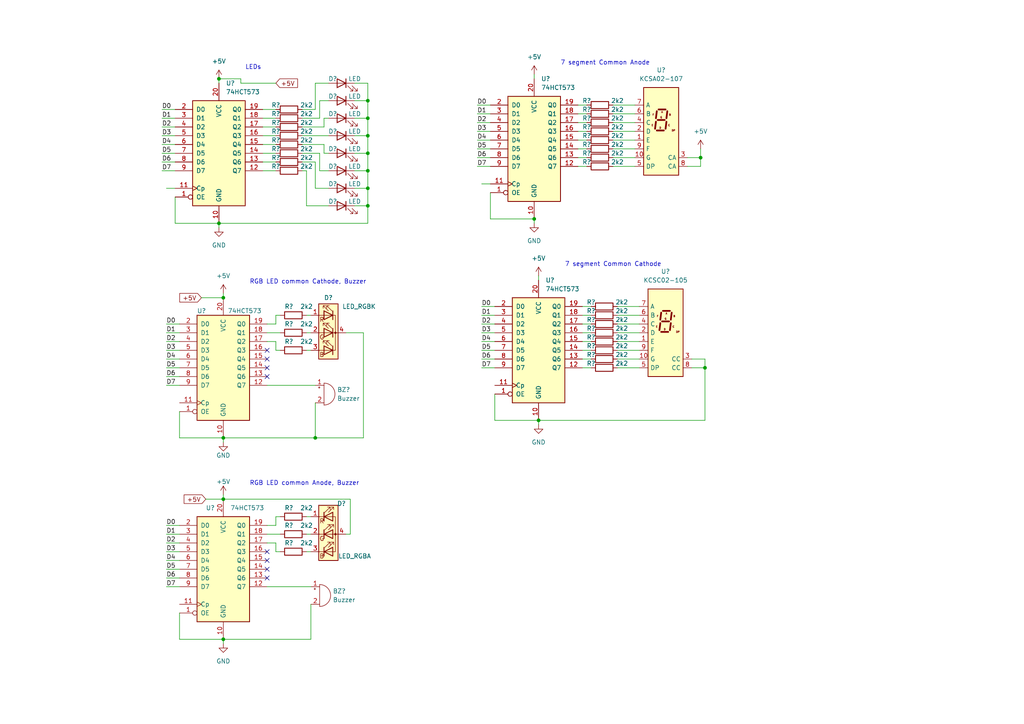
<source format=kicad_sch>
(kicad_sch (version 20211123) (generator eeschema)
  (paper "A4")
  (lib_symbols
    (symbol "74xx:74HCT574" (pin_names (offset 1.016))
      (property "Reference" "U" (at -7.62 16.51 0))
      (property "Value" "74HCT574" (at -7.62 -16.51 0))
      (symbol "74HCT574_1_0"
        (pin input inverted (at -12.7 -12.7 0) (length 5.08) (name "OE") (number "1"))
        (pin power_in line (at 0 -20.32 90) (length 5.08) (name "GND") (number "10"))
        (pin input clock (at -12.7 -10.16 0) (length 5.08) (name "Cp") (number "11"))
        (pin tri_state line (at 12.7 -5.08 180) (length 5.08) (name "Q7") (number "12"))
        (pin tri_state line (at 12.7 -2.54 180) (length 5.08) (name "Q6") (number "13"))
        (pin tri_state line (at 12.7 0 180) (length 5.08) (name "Q5") (number "14"))
        (pin tri_state line (at 12.7 2.54 180) (length 5.08) (name "Q4") (number "15"))
        (pin tri_state line (at 12.7 5.08 180) (length 5.08) (name "Q3") (number "16"))
        (pin tri_state line (at 12.7 7.62 180) (length 5.08) (name "Q2") (number "17"))
        (pin tri_state line (at 12.7 10.16 180) (length 5.08) (name "Q1") (number "18"))
        (pin tri_state line (at 12.7 12.7 180) (length 5.08) (name "Q0") (number "19"))
        (pin input line (at -12.7 12.7 0) (length 5.08) (name "D0") (number "2"))
        (pin power_in line (at 0 20.32 270) (length 5.08) (name "VCC") (number "20"))
        (pin input line (at -12.7 10.16 0) (length 5.08) (name "D1") (number "3"))
        (pin input line (at -12.7 7.62 0) (length 5.08) (name "D2") (number "4"))
        (pin input line (at -12.7 5.08 0) (length 5.08) (name "D3") (number "5"))
        (pin input line (at -12.7 2.54 0) (length 5.08) (name "D4") (number "6"))
        (pin input line (at -12.7 0 0) (length 5.08) (name "D5") (number "7"))
        (pin input line (at -12.7 -2.54 0) (length 5.08) (name "D6") (number "8"))
        (pin input line (at -12.7 -5.08 0) (length 5.08) (name "D7") (number "9"))
      )
      (symbol "74HCT574_1_1"
        (rectangle (start -7.62 15.24) (end 7.62 -15.24) (stroke (width 0.254)) (fill (type background)))
      )
    )
    (symbol "Device:Buzzer" (pin_names (offset 0.0254) hide)
      (property "Reference" "BZ" (at 3.81 1.27 0))
      (property "Value" "Buzzer" (at 3.81 -1.27 0))
      (symbol "Buzzer_0_1"
        (arc (start 0 -3.175) (mid 3.175 0) (end 0 3.175))
        (polyline (pts (xy -1.651 1.905) (xy -1.143 1.905)))
        (polyline (pts (xy -1.397 2.159) (xy -1.397 1.651)))
        (polyline (pts (xy 0 3.175) (xy 0 -3.175)))
      )
      (symbol "Buzzer_1_1"
        (pin passive line (at -2.54 2.54 0) (length 2.54) (name "-") (number "1"))
        (pin passive line (at -2.54 -2.54 0) (length 2.54) (name "+") (number "2"))
      )
    )
    (symbol "Device:LED" (pin_numbers hide) (pin_names (offset 1.016) hide)
      (property "Reference" "D" (at 0 2.54 0))
      (property "Value" "LED" (at 0 -2.54 0))
      (symbol "LED_0_1"
        (polyline (pts (xy -1.27 -1.27) (xy -1.27 1.27)) (stroke (width 0.254)))
        (polyline (pts (xy -1.27 0) (xy 1.27 0)))
        (polyline (pts (xy 1.27 -1.27) (xy 1.27 1.27) (xy -1.27 0) (xy 1.27 -1.27)) (stroke (width 0.254)))
        (polyline (pts (xy -3.048 -0.762) (xy -4.572 -2.286) (xy -3.81 -2.286) (xy -4.572 -2.286) (xy -4.572 -1.524)))
        (polyline (pts (xy -1.778 -0.762) (xy -3.302 -2.286) (xy -2.54 -2.286) (xy -3.302 -2.286) (xy -3.302 -1.524)))
      )
      (symbol "LED_1_1"
        (pin passive line (at -3.81 0 0) (length 2.54) (name "K") (number "1"))
        (pin passive line (at 3.81 0 180) (length 2.54) (name "A") (number "2"))
      )
    )
    (symbol "Device:LED_RGBA" (pin_names (offset 0) hide)
      (property "Reference" "D" (at 0 9.398 0))
      (property "Value" "LED_RGBA" (at 0 -8.89 0))
      (symbol "LED_RGBA_0_0"
        (text "B" (at -1.905 -6.35 0) (effects (font (size 1.27 1.27))))
        (text "G" (at -1.905 -1.27 0) (effects (font (size 1.27 1.27))))
        (text "R" (at -1.905 3.81 0) (effects (font (size 1.27 1.27))))
      )
      (symbol "LED_RGBA_0_1"
        (polyline (pts (xy -1.27 -5.08) (xy -2.54 -5.08)))
        (polyline (pts (xy -1.27 -5.08) (xy 1.27 -5.08)))
        (polyline (pts (xy -1.27 -3.81) (xy -1.27 -6.35)) (stroke (width 0.254)))
        (polyline (pts (xy -1.27 0) (xy -2.54 0)))
        (polyline (pts (xy -1.27 1.27) (xy -1.27 -1.27)) (stroke (width 0.254)))
        (polyline (pts (xy -1.27 5.08) (xy -2.54 5.08)))
        (polyline (pts (xy -1.27 5.08) (xy 1.27 5.08)))
        (polyline (pts (xy -1.27 6.35) (xy -1.27 3.81)) (stroke (width 0.254)))
        (polyline (pts (xy 1.27 0) (xy -1.27 0)))
        (polyline (pts (xy 1.27 0) (xy 2.54 0)))
        (polyline (pts (xy -1.27 1.27) (xy -1.27 -1.27) (xy -1.27 -1.27)))
        (polyline (pts (xy -1.27 6.35) (xy -1.27 3.81) (xy -1.27 3.81)))
        (polyline (pts (xy 1.27 -5.08) (xy 2.032 -5.08) (xy 2.032 5.08) (xy 1.27 5.08)))
        (polyline (pts (xy 1.27 -3.81) (xy 1.27 -6.35) (xy -1.27 -5.08) (xy 1.27 -3.81)) (stroke (width 0.254)))
        (polyline (pts (xy 1.27 1.27) (xy 1.27 -1.27) (xy -1.27 0) (xy 1.27 1.27)) (stroke (width 0.254)))
        (polyline (pts (xy 1.27 6.35) (xy 1.27 3.81) (xy -1.27 5.08) (xy 1.27 6.35)) (stroke (width 0.254)))
        (polyline (pts (xy -1.016 -3.81) (xy 0.508 -2.286) (xy -0.254 -2.286) (xy 0.508 -2.286) (xy 0.508 -3.048)))
        (polyline (pts (xy -1.016 1.27) (xy 0.508 2.794) (xy -0.254 2.794) (xy 0.508 2.794) (xy 0.508 2.032)))
        (polyline (pts (xy -1.016 6.35) (xy 0.508 7.874) (xy -0.254 7.874) (xy 0.508 7.874) (xy 0.508 7.112)))
        (polyline (pts (xy 0 -3.81) (xy 1.524 -2.286) (xy 0.762 -2.286) (xy 1.524 -2.286) (xy 1.524 -3.048)))
        (polyline (pts (xy 0 1.27) (xy 1.524 2.794) (xy 0.762 2.794) (xy 1.524 2.794) (xy 1.524 2.032)))
        (polyline (pts (xy 0 6.35) (xy 1.524 7.874) (xy 0.762 7.874) (xy 1.524 7.874) (xy 1.524 7.112)))
        (rectangle (start 1.27 -1.27) (end 1.27 1.27))
        (rectangle (start 1.27 1.27) (end 1.27 1.27))
        (rectangle (start 1.27 3.81) (end 1.27 6.35))
        (rectangle (start 1.27 6.35) (end 1.27 6.35))
        (circle (center 2.032 0) (radius 0.254) (fill (type outline)))
        (rectangle (start 2.794 8.382) (end -2.794 -7.62) (stroke (width 0.254)) (fill (type background)))
      )
      (symbol "LED_RGBA_1_1"
        (pin passive line (at -5.08 5.08 0) (length 2.54) (name "RK") (number "1"))
        (pin passive line (at -5.08 0 0) (length 2.54) (name "GK") (number "2"))
        (pin passive line (at -5.08 -5.08 0) (length 2.54) (name "BK") (number "3"))
        (pin passive line (at 5.08 0 180) (length 2.54) (name "A") (number "4"))
      )
    )
    (symbol "Device:LED_RGBK" (pin_names (offset 0) hide)
      (property "Reference" "D" (at 0 9.398 0))
      (property "Value" "LED_RGBK" (at 0 -8.89 0))
      (symbol "LED_RGBK_0_0"
        (text "B" (at 1.905 -6.35 0) (effects (font (size 1.27 1.27))))
        (text "G" (at 1.905 -1.27 0) (effects (font (size 1.27 1.27))))
        (text "R" (at 1.905 3.81 0) (effects (font (size 1.27 1.27))))
      )
      (symbol "LED_RGBK_0_1"
        (circle (center -2.032 0) (radius 0.254) (fill (type outline)))
        (polyline (pts (xy -1.27 -5.08) (xy 1.27 -5.08)))
        (polyline (pts (xy -1.27 -3.81) (xy -1.27 -6.35)) (stroke (width 0.254)))
        (polyline (pts (xy -1.27 0) (xy -2.54 0)))
        (polyline (pts (xy -1.27 1.27) (xy -1.27 -1.27)) (stroke (width 0.254)))
        (polyline (pts (xy -1.27 5.08) (xy 1.27 5.08)))
        (polyline (pts (xy -1.27 6.35) (xy -1.27 3.81)) (stroke (width 0.254)))
        (polyline (pts (xy 1.27 -5.08) (xy 2.54 -5.08)))
        (polyline (pts (xy 1.27 0) (xy -1.27 0)))
        (polyline (pts (xy 1.27 0) (xy 2.54 0)))
        (polyline (pts (xy 1.27 5.08) (xy 2.54 5.08)))
        (polyline (pts (xy -1.27 1.27) (xy -1.27 -1.27) (xy -1.27 -1.27)))
        (polyline (pts (xy -1.27 6.35) (xy -1.27 3.81) (xy -1.27 3.81)))
        (polyline (pts (xy -1.27 5.08) (xy -2.032 5.08) (xy -2.032 -5.08) (xy -1.016 -5.08)))
        (polyline (pts (xy 1.27 -3.81) (xy 1.27 -6.35) (xy -1.27 -5.08) (xy 1.27 -3.81)) (stroke (width 0.254)))
        (polyline (pts (xy 1.27 1.27) (xy 1.27 -1.27) (xy -1.27 0) (xy 1.27 1.27)) (stroke (width 0.254)))
        (polyline (pts (xy 1.27 6.35) (xy 1.27 3.81) (xy -1.27 5.08) (xy 1.27 6.35)) (stroke (width 0.254)))
        (polyline (pts (xy -1.016 -3.81) (xy 0.508 -2.286) (xy -0.254 -2.286) (xy 0.508 -2.286) (xy 0.508 -3.048)))
        (polyline (pts (xy -1.016 1.27) (xy 0.508 2.794) (xy -0.254 2.794) (xy 0.508 2.794) (xy 0.508 2.032)))
        (polyline (pts (xy -1.016 6.35) (xy 0.508 7.874) (xy -0.254 7.874) (xy 0.508 7.874) (xy 0.508 7.112)))
        (polyline (pts (xy 0 -3.81) (xy 1.524 -2.286) (xy 0.762 -2.286) (xy 1.524 -2.286) (xy 1.524 -3.048)))
        (polyline (pts (xy 0 1.27) (xy 1.524 2.794) (xy 0.762 2.794) (xy 1.524 2.794) (xy 1.524 2.032)))
        (polyline (pts (xy 0 6.35) (xy 1.524 7.874) (xy 0.762 7.874) (xy 1.524 7.874) (xy 1.524 7.112)))
        (rectangle (start 1.27 -1.27) (end 1.27 1.27))
        (rectangle (start 1.27 1.27) (end 1.27 1.27))
        (rectangle (start 1.27 3.81) (end 1.27 6.35))
        (rectangle (start 1.27 6.35) (end 1.27 6.35))
        (rectangle (start 2.794 8.382) (end -2.794 -7.62) (stroke (width 0.254)) (fill (type background)))
      )
      (symbol "LED_RGBK_1_1"
        (pin passive line (at 5.08 5.08 180) (length 2.54) (name "RA") (number "1"))
        (pin passive line (at 5.08 0 180) (length 2.54) (name "GA") (number "2"))
        (pin passive line (at 5.08 -5.08 180) (length 2.54) (name "BA") (number "3"))
        (pin passive line (at -5.08 0 0) (length 2.54) (name "K") (number "4"))
      )
    )
    (symbol "Device:R" (pin_numbers hide) (pin_names (offset 0))
      (property "Reference" "R" (at 2.032 0 90))
      (property "Value" "R" (at 0 0 90))
      (symbol "R_0_1"
        (rectangle (start -1.016 -2.54) (end 1.016 2.54) (stroke (width 0.254)))
      )
      (symbol "R_1_1"
        (pin passive line (at 0 3.81 270) (length 1.27) (name "~") (number "1"))
        (pin passive line (at 0 -3.81 90) (length 1.27) (name "~") (number "2"))
      )
    )
    (symbol "Display_Character:KCSA02-107" (pin_names (offset 0.635))
      (property "Reference" "U" (at -2.54 13.97 0))
      (property "Value" "KCSA02-107" (at 1.27 13.97 0))
      (symbol "KCSA02-107_0_0"
        (text "A" (at 0.254 5.588 0) (effects (font (size 0.508 0.508))))
        (text "B" (at 2.54 4.826 0) (effects (font (size 0.508 0.508))))
        (text "C" (at 2.286 1.778 0) (effects (font (size 0.508 0.508))))
        (text "D" (at -0.254 1.016 0) (effects (font (size 0.508 0.508))))
        (text "DP" (at 3.556 0.254 0) (effects (font (size 0.508 0.508))))
        (text "E" (at -2.54 1.778 0) (effects (font (size 0.508 0.508))))
        (text "F" (at -2.286 4.826 0) (effects (font (size 0.508 0.508))))
        (text "G" (at 0 4.064 0) (effects (font (size 0.508 0.508))))
      )
      (symbol "KCSA02-107_0_1"
        (rectangle (start -5.08 12.7) (end 5.08 -12.7) (stroke (width 0.254)) (fill (type background)))
        (polyline (pts (xy -1.524 2.794) (xy -1.778 0.762)) (stroke (width 0.508)))
        (polyline (pts (xy -1.27 0.254) (xy 0.762 0.254)) (stroke (width 0.508)))
        (polyline (pts (xy -1.27 5.842) (xy -1.524 3.81)) (stroke (width 0.508)))
        (polyline (pts (xy -1.016 3.302) (xy 1.016 3.302)) (stroke (width 0.508)))
        (polyline (pts (xy -0.762 6.35) (xy 1.27 6.35)) (stroke (width 0.508)))
        (polyline (pts (xy 1.524 2.794) (xy 1.27 0.762)) (stroke (width 0.508)))
        (polyline (pts (xy 1.778 5.842) (xy 1.524 3.81)) (stroke (width 0.508)))
        (polyline (pts (xy 2.54 0.254) (xy 2.54 0.254)) (stroke (width 0.508)))
      )
      (symbol "KCSA02-107_1_1"
        (pin input line (at -7.62 -2.54 0) (length 2.54) (name "E") (number "1"))
        (pin input line (at -7.62 -7.62 0) (length 2.54) (name "G") (number "10"))
        (pin input line (at -7.62 0 0) (length 2.54) (name "D") (number "2"))
        (pin input line (at 7.62 -7.62 180) (length 2.54) (name "CA") (number "3"))
        (pin input line (at -7.62 2.54 0) (length 2.54) (name "C") (number "4"))
        (pin input line (at -7.62 -10.16 0) (length 2.54) (name "DP") (number "5"))
        (pin input line (at -7.62 5.08 0) (length 2.54) (name "B") (number "6"))
        (pin input line (at -7.62 7.62 0) (length 2.54) (name "A") (number "7"))
        (pin input line (at 7.62 -10.16 180) (length 2.54) (name "CA") (number "8"))
        (pin input line (at -7.62 -5.08 0) (length 2.54) (name "F") (number "9"))
      )
    )
    (symbol "Display_Character:KCSC02-105" (pin_names (offset 0.635))
      (property "Reference" "U" (at -2.54 13.97 0))
      (property "Value" "KCSC02-105" (at 1.27 13.97 0))
      (symbol "KCSC02-105_0_0"
        (text "A" (at 0.254 5.588 0) (effects (font (size 0.508 0.508))))
        (text "B" (at 2.54 4.826 0) (effects (font (size 0.508 0.508))))
        (text "C" (at 2.286 1.778 0) (effects (font (size 0.508 0.508))))
        (text "D" (at -0.254 1.016 0) (effects (font (size 0.508 0.508))))
        (text "DP" (at 3.556 0.254 0) (effects (font (size 0.508 0.508))))
        (text "E" (at -2.54 1.778 0) (effects (font (size 0.508 0.508))))
        (text "F" (at -2.286 4.826 0) (effects (font (size 0.508 0.508))))
        (text "G" (at 0 4.064 0) (effects (font (size 0.508 0.508))))
      )
      (symbol "KCSC02-105_0_1"
        (rectangle (start -5.08 12.7) (end 5.08 -12.7) (stroke (width 0.254)) (fill (type background)))
        (polyline (pts (xy -1.524 2.794) (xy -1.778 0.762)) (stroke (width 0.508)))
        (polyline (pts (xy -1.27 0.254) (xy 0.762 0.254)) (stroke (width 0.508)))
        (polyline (pts (xy -1.27 5.842) (xy -1.524 3.81)) (stroke (width 0.508)))
        (polyline (pts (xy -1.016 3.302) (xy 1.016 3.302)) (stroke (width 0.508)))
        (polyline (pts (xy -0.762 6.35) (xy 1.27 6.35)) (stroke (width 0.508)))
        (polyline (pts (xy 1.524 2.794) (xy 1.27 0.762)) (stroke (width 0.508)))
        (polyline (pts (xy 1.778 5.842) (xy 1.524 3.81)) (stroke (width 0.508)))
        (polyline (pts (xy 2.54 0.254) (xy 2.54 0.254)) (stroke (width 0.508)))
      )
      (symbol "KCSC02-105_1_1"
        (pin input line (at -7.62 -2.54 0) (length 2.54) (name "E") (number "1"))
        (pin input line (at -7.62 -7.62 0) (length 2.54) (name "G") (number "10"))
        (pin input line (at -7.62 0 0) (length 2.54) (name "D") (number "2"))
        (pin input line (at 7.62 -7.62 180) (length 2.54) (name "CC") (number "3"))
        (pin input line (at -7.62 2.54 0) (length 2.54) (name "C") (number "4"))
        (pin input line (at -7.62 -10.16 0) (length 2.54) (name "DP") (number "5"))
        (pin input line (at -7.62 5.08 0) (length 2.54) (name "B") (number "6"))
        (pin input line (at -7.62 7.62 0) (length 2.54) (name "A") (number "7"))
        (pin input line (at 7.62 -10.16 180) (length 2.54) (name "CC") (number "8"))
        (pin input line (at -7.62 -5.08 0) (length 2.54) (name "F") (number "9"))
      )
    )
    (symbol "power:+5V" (power) (pin_names (offset 0))
      (property "Value" "+5V" (at 0 3.556 0))
      (symbol "+5V_0_1"
        (polyline (pts (xy -0.762 1.27) (xy 0 2.54)))
        (polyline (pts (xy 0 0) (xy 0 2.54)))
        (polyline (pts (xy 0 2.54) (xy 0.762 1.27)))
      )
      (symbol "+5V_1_1"
        (pin power_in line (at 0 0 90) (length 0) hide (name "+5V") (number "1"))
      )
    )
    (symbol "power:GND" (power) (pin_names (offset 0))
      (property "Value" "GND" (at 0 -3.81 0))
      (symbol "GND_0_1"
        (polyline (pts (xy 0 0) (xy 0 -1.27) (xy 1.27 -1.27) (xy 0 -2.54) (xy -1.27 -1.27) (xy 0 -1.27)))
      )
      (symbol "GND_1_1"
        (pin power_in line (at 0 0 270) (length 0) hide (name "GND") (number "1"))
      )
    )
  )
  (junction (at 154.94 63.5))
  (junction (at 106.68 39.37))
  (junction (at 106.68 44.45))
  (junction (at 106.68 59.69))
  (junction (at 64.77 127))
  (junction (at 156.21 121.92))
  (junction (at 204.47 106.68))
  (junction (at 106.68 54.61))
  (junction (at 106.68 34.29))
  (junction (at 63.5 22.86))
  (junction (at 64.77 86.36))
  (junction (at 203.2 45.72))
  (junction (at 91.44 127))
  (junction (at 106.68 29.21))
  (junction (at 64.77 185.42))
  (junction (at 64.77 144.78))
  (junction (at 63.5 64.77))
  (junction (at 106.68 49.53))
  (no_connect (at 77.47 106.68))
  (no_connect (at 77.47 109.22))
  (no_connect (at 77.47 165.1))
  (no_connect (at 77.47 101.6))
  (no_connect (at 77.47 162.56))
  (no_connect (at 77.47 104.14))
  (no_connect (at 77.47 167.64))
  (no_connect (at 77.47 160.02))
  (wire (pts (xy 167.64 38.1) (xy 170.18 38.1)))
  (wire (pts (xy 76.2 34.29) (xy 80.01 34.29)))
  (wire (pts (xy 59.69 144.78) (xy 64.77 144.78)))
  (wire (pts (xy 106.68 29.21) (xy 106.68 24.13)))
  (wire (pts (xy 48.26 162.56) (xy 52.07 162.56)))
  (wire (pts (xy 87.63 41.91) (xy 93.98 41.91)))
  (wire (pts (xy 177.8 48.26) (xy 184.15 48.26)))
  (wire (pts (xy 48.26 96.52) (xy 52.07 96.52)))
  (wire (pts (xy 46.99 44.45) (xy 50.8 44.45)))
  (wire (pts (xy 92.71 34.29) (xy 92.71 29.21)))
  (wire (pts (xy 177.8 45.72) (xy 184.15 45.72)))
  (wire (pts (xy 138.43 38.1) (xy 142.24 38.1)))
  (wire (pts (xy 142.24 55.88) (xy 142.24 63.5)))
  (wire (pts (xy 156.21 80.01) (xy 156.21 81.28)))
  (wire (pts (xy 204.47 106.68) (xy 204.47 121.92)))
  (wire (pts (xy 64.77 127) (xy 91.44 127)))
  (wire (pts (xy 58.42 86.36) (xy 64.77 86.36)))
  (wire (pts (xy 167.64 35.56) (xy 170.18 35.56)))
  (wire (pts (xy 139.7 93.98) (xy 143.51 93.98)))
  (wire (pts (xy 139.7 99.06) (xy 143.51 99.06)))
  (wire (pts (xy 64.77 143.51) (xy 64.77 144.78)))
  (wire (pts (xy 106.68 49.53) (xy 106.68 44.45)))
  (wire (pts (xy 156.21 121.92) (xy 156.21 123.19)))
  (wire (pts (xy 77.47 111.76) (xy 91.44 111.76)))
  (wire (pts (xy 139.7 53.34) (xy 142.24 53.34)))
  (wire (pts (xy 138.43 45.72) (xy 142.24 45.72)))
  (wire (pts (xy 179.07 104.14) (xy 185.42 104.14)))
  (wire (pts (xy 91.44 54.61) (xy 91.44 46.99)))
  (wire (pts (xy 168.91 101.6) (xy 171.45 101.6)))
  (wire (pts (xy 199.39 45.72) (xy 203.2 45.72)))
  (wire (pts (xy 168.91 93.98) (xy 171.45 93.98)))
  (wire (pts (xy 64.77 185.42) (xy 64.77 186.69)))
  (wire (pts (xy 106.68 34.29) (xy 106.68 29.21)))
  (wire (pts (xy 95.25 24.13) (xy 91.44 24.13)))
  (wire (pts (xy 46.99 36.83) (xy 50.8 36.83)))
  (wire (pts (xy 138.43 30.48) (xy 142.24 30.48)))
  (wire (pts (xy 138.43 40.64) (xy 142.24 40.64)))
  (wire (pts (xy 102.87 29.21) (xy 106.68 29.21)))
  (wire (pts (xy 76.2 44.45) (xy 80.01 44.45)))
  (wire (pts (xy 63.5 64.77) (xy 106.68 64.77)))
  (wire (pts (xy 77.47 96.52) (xy 81.28 96.52)))
  (wire (pts (xy 80.01 24.13) (xy 69.85 24.13)))
  (wire (pts (xy 87.63 46.99) (xy 91.44 46.99)))
  (wire (pts (xy 88.9 91.44) (xy 90.17 91.44)))
  (wire (pts (xy 76.2 31.75) (xy 80.01 31.75)))
  (wire (pts (xy 88.9 59.69) (xy 95.25 59.69)))
  (wire (pts (xy 102.87 34.29) (xy 106.68 34.29)))
  (wire (pts (xy 199.39 48.26) (xy 203.2 48.26)))
  (wire (pts (xy 138.43 43.18) (xy 142.24 43.18)))
  (wire (pts (xy 177.8 43.18) (xy 184.15 43.18)))
  (wire (pts (xy 80.01 157.48) (xy 80.01 160.02)))
  (wire (pts (xy 167.64 30.48) (xy 170.18 30.48)))
  (wire (pts (xy 48.26 152.4) (xy 52.07 152.4)))
  (wire (pts (xy 100.33 96.52) (xy 105.41 96.52)))
  (wire (pts (xy 102.87 39.37) (xy 106.68 39.37)))
  (wire (pts (xy 80.01 160.02) (xy 81.28 160.02)))
  (wire (pts (xy 77.47 170.18) (xy 90.17 170.18)))
  (wire (pts (xy 48.26 93.98) (xy 52.07 93.98)))
  (wire (pts (xy 69.85 22.86) (xy 63.5 22.86)))
  (wire (pts (xy 77.47 93.98) (xy 80.01 93.98)))
  (wire (pts (xy 179.07 101.6) (xy 185.42 101.6)))
  (wire (pts (xy 46.99 46.99) (xy 50.8 46.99)))
  (wire (pts (xy 138.43 33.02) (xy 142.24 33.02)))
  (wire (pts (xy 80.01 91.44) (xy 81.28 91.44)))
  (wire (pts (xy 76.2 46.99) (xy 80.01 46.99)))
  (wire (pts (xy 76.2 41.91) (xy 80.01 41.91)))
  (wire (pts (xy 102.87 59.69) (xy 106.68 59.69)))
  (wire (pts (xy 177.8 38.1) (xy 184.15 38.1)))
  (wire (pts (xy 139.7 91.44) (xy 143.51 91.44)))
  (wire (pts (xy 177.8 35.56) (xy 184.15 35.56)))
  (wire (pts (xy 91.44 24.13) (xy 91.44 31.75)))
  (wire (pts (xy 52.07 177.8) (xy 52.07 185.42)))
  (wire (pts (xy 80.01 149.86) (xy 81.28 149.86)))
  (wire (pts (xy 95.25 54.61) (xy 91.44 54.61)))
  (wire (pts (xy 46.99 49.53) (xy 50.8 49.53)))
  (wire (pts (xy 143.51 121.92) (xy 156.21 121.92)))
  (wire (pts (xy 200.66 104.14) (xy 204.47 104.14)))
  (wire (pts (xy 76.2 36.83) (xy 80.01 36.83)))
  (wire (pts (xy 46.99 41.91) (xy 50.8 41.91)))
  (wire (pts (xy 88.9 149.86) (xy 90.17 149.86)))
  (wire (pts (xy 76.2 39.37) (xy 80.01 39.37)))
  (wire (pts (xy 102.87 54.61) (xy 106.68 54.61)))
  (wire (pts (xy 154.94 63.5) (xy 154.94 64.77)))
  (wire (pts (xy 87.63 36.83) (xy 93.98 36.83)))
  (wire (pts (xy 46.99 31.75) (xy 50.8 31.75)))
  (wire (pts (xy 154.94 21.59) (xy 154.94 22.86)))
  (wire (pts (xy 88.9 49.53) (xy 88.9 59.69)))
  (wire (pts (xy 64.77 85.09) (xy 64.77 86.36)))
  (wire (pts (xy 92.71 29.21) (xy 95.25 29.21)))
  (wire (pts (xy 63.5 64.77) (xy 63.5 66.04)))
  (wire (pts (xy 93.98 41.91) (xy 93.98 44.45)))
  (wire (pts (xy 179.07 106.68) (xy 185.42 106.68)))
  (wire (pts (xy 87.63 34.29) (xy 92.71 34.29)))
  (wire (pts (xy 88.9 101.6) (xy 90.17 101.6)))
  (wire (pts (xy 168.91 106.68) (xy 171.45 106.68)))
  (wire (pts (xy 91.44 127) (xy 105.41 127)))
  (wire (pts (xy 203.2 43.18) (xy 203.2 45.72)))
  (wire (pts (xy 143.51 114.3) (xy 143.51 121.92)))
  (wire (pts (xy 80.01 149.86) (xy 80.01 152.4)))
  (wire (pts (xy 50.8 57.15) (xy 50.8 64.77)))
  (wire (pts (xy 64.77 127) (xy 64.77 128.27)))
  (wire (pts (xy 88.9 96.52) (xy 90.17 96.52)))
  (wire (pts (xy 106.68 59.69) (xy 106.68 54.61)))
  (wire (pts (xy 139.7 88.9) (xy 143.51 88.9)))
  (wire (pts (xy 77.47 154.94) (xy 81.28 154.94)))
  (wire (pts (xy 177.8 33.02) (xy 184.15 33.02)))
  (wire (pts (xy 167.64 40.64) (xy 170.18 40.64)))
  (wire (pts (xy 87.63 44.45) (xy 92.71 44.45)))
  (wire (pts (xy 92.71 49.53) (xy 92.71 44.45)))
  (wire (pts (xy 87.63 31.75) (xy 91.44 31.75)))
  (wire (pts (xy 52.07 119.38) (xy 52.07 127)))
  (wire (pts (xy 91.44 116.84) (xy 91.44 127)))
  (wire (pts (xy 95.25 34.29) (xy 93.98 34.29)))
  (wire (pts (xy 64.77 185.42) (xy 90.17 185.42)))
  (wire (pts (xy 168.91 99.06) (xy 171.45 99.06)))
  (wire (pts (xy 101.6 154.94) (xy 101.6 144.78)))
  (wire (pts (xy 102.87 49.53) (xy 106.68 49.53)))
  (wire (pts (xy 88.9 154.94) (xy 90.17 154.94)))
  (wire (pts (xy 46.99 39.37) (xy 50.8 39.37)))
  (wire (pts (xy 167.64 48.26) (xy 170.18 48.26)))
  (wire (pts (xy 179.07 88.9) (xy 185.42 88.9)))
  (wire (pts (xy 204.47 104.14) (xy 204.47 106.68)))
  (wire (pts (xy 48.26 165.1) (xy 52.07 165.1)))
  (wire (pts (xy 142.24 63.5) (xy 154.94 63.5)))
  (wire (pts (xy 48.26 154.94) (xy 52.07 154.94)))
  (wire (pts (xy 48.26 109.22) (xy 52.07 109.22)))
  (wire (pts (xy 48.26 170.18) (xy 52.07 170.18)))
  (wire (pts (xy 95.25 49.53) (xy 92.71 49.53)))
  (wire (pts (xy 179.07 99.06) (xy 185.42 99.06)))
  (wire (pts (xy 80.01 101.6) (xy 81.28 101.6)))
  (wire (pts (xy 204.47 121.92) (xy 156.21 121.92)))
  (wire (pts (xy 200.66 106.68) (xy 204.47 106.68)))
  (wire (pts (xy 46.99 34.29) (xy 50.8 34.29)))
  (wire (pts (xy 167.64 33.02) (xy 170.18 33.02)))
  (wire (pts (xy 48.26 54.61) (xy 50.8 54.61)))
  (wire (pts (xy 77.47 157.48) (xy 80.01 157.48)))
  (wire (pts (xy 168.91 88.9) (xy 171.45 88.9)))
  (wire (pts (xy 138.43 48.26) (xy 142.24 48.26)))
  (wire (pts (xy 179.07 91.44) (xy 185.42 91.44)))
  (wire (pts (xy 87.63 49.53) (xy 88.9 49.53)))
  (wire (pts (xy 102.87 44.45) (xy 106.68 44.45)))
  (wire (pts (xy 93.98 34.29) (xy 93.98 36.83)))
  (wire (pts (xy 105.41 96.52) (xy 105.41 127)))
  (wire (pts (xy 106.68 39.37) (xy 106.68 34.29)))
  (wire (pts (xy 106.68 44.45) (xy 106.68 39.37)))
  (wire (pts (xy 69.85 24.13) (xy 69.85 22.86)))
  (wire (pts (xy 177.8 30.48) (xy 184.15 30.48)))
  (wire (pts (xy 168.91 104.14) (xy 171.45 104.14)))
  (wire (pts (xy 138.43 35.56) (xy 142.24 35.56)))
  (wire (pts (xy 48.26 106.68) (xy 52.07 106.68)))
  (wire (pts (xy 179.07 96.52) (xy 185.42 96.52)))
  (wire (pts (xy 139.7 101.6) (xy 143.51 101.6)))
  (wire (pts (xy 100.33 154.94) (xy 101.6 154.94)))
  (wire (pts (xy 139.7 104.14) (xy 143.51 104.14)))
  (wire (pts (xy 168.91 96.52) (xy 171.45 96.52)))
  (wire (pts (xy 52.07 127) (xy 64.77 127)))
  (wire (pts (xy 168.91 91.44) (xy 171.45 91.44)))
  (wire (pts (xy 106.68 64.77) (xy 106.68 59.69)))
  (wire (pts (xy 90.17 175.26) (xy 90.17 185.42)))
  (wire (pts (xy 167.64 45.72) (xy 170.18 45.72)))
  (wire (pts (xy 139.7 96.52) (xy 143.51 96.52)))
  (wire (pts (xy 77.47 152.4) (xy 80.01 152.4)))
  (wire (pts (xy 106.68 24.13) (xy 102.87 24.13)))
  (wire (pts (xy 52.07 185.42) (xy 64.77 185.42)))
  (wire (pts (xy 48.26 101.6) (xy 52.07 101.6)))
  (wire (pts (xy 50.8 64.77) (xy 63.5 64.77)))
  (wire (pts (xy 106.68 54.61) (xy 106.68 49.53)))
  (wire (pts (xy 167.64 43.18) (xy 170.18 43.18)))
  (wire (pts (xy 203.2 45.72) (xy 203.2 48.26)))
  (wire (pts (xy 80.01 91.44) (xy 80.01 93.98)))
  (wire (pts (xy 76.2 49.53) (xy 80.01 49.53)))
  (wire (pts (xy 48.26 99.06) (xy 52.07 99.06)))
  (wire (pts (xy 93.98 44.45) (xy 95.25 44.45)))
  (wire (pts (xy 63.5 22.86) (xy 63.5 24.13)))
  (wire (pts (xy 77.47 99.06) (xy 80.01 99.06)))
  (wire (pts (xy 48.26 111.76) (xy 52.07 111.76)))
  (wire (pts (xy 48.26 104.14) (xy 52.07 104.14)))
  (wire (pts (xy 48.26 157.48) (xy 52.07 157.48)))
  (wire (pts (xy 88.9 160.02) (xy 90.17 160.02)))
  (wire (pts (xy 87.63 39.37) (xy 95.25 39.37)))
  (wire (pts (xy 48.26 160.02) (xy 52.07 160.02)))
  (wire (pts (xy 48.26 167.64) (xy 52.07 167.64)))
  (wire (pts (xy 101.6 144.78) (xy 64.77 144.78)))
  (wire (pts (xy 177.8 40.64) (xy 184.15 40.64)))
  (wire (pts (xy 139.7 106.68) (xy 143.51 106.68)))
  (wire (pts (xy 80.01 99.06) (xy 80.01 101.6)))
  (wire (pts (xy 179.07 93.98) (xy 185.42 93.98)))
  (text "7 segment Common Cathode" (at 163.83 77.47 0) (effects (font (size 1.27 1.27)) (justify left bottom)))
  (text "LEDs" (at 71.12 20.32 0) (effects (font (size 1.27 1.27)) (justify left bottom)))
  (text "RGB LED common Anode, Buzzer" (at 72.39 140.97 0) (effects (font (size 1.27 1.27)) (justify left bottom)))
  (text "RGB LED common Cathode, Buzzer\n" (at 72.39 82.55 0) (effects (font (size 1.27 1.27)) (justify left bottom)))
  (text "7 segment Common Anode" (at 162.56 19.05 0) (effects (font (size 1.27 1.27)) (justify left bottom)))
  (label "D6" (at 139.7 104.14 0))
  (label "D2" (at 48.26 157.48 0))
  (label "D3" (at 48.26 160.02 0))
  (label "D3" (at 138.43 38.1 0))
  (label "D2" (at 46.99 36.83 0))
  (label "D3" (at 46.99 39.37 0))
  (label "D1" (at 46.99 34.29 0))
  (label "D1" (at 138.43 33.02 0))
  (label "D1" (at 48.26 96.52 0))
  (label "D6" (at 46.99 46.99 0))
  (label "D0" (at 46.99 31.75 0))
  (label "D5" (at 48.26 165.1 0))
  (label "D7" (at 48.26 170.18 0))
  (label "D5" (at 138.43 43.18 0))
  (label "D1" (at 48.26 154.94 0))
  (label "D2" (at 139.7 93.98 0))
  (label "D4" (at 48.26 162.56 0))
  (label "D7" (at 138.43 48.26 0))
  (label "D2" (at 48.26 99.06 0))
  (label "D3" (at 48.26 101.6 0))
  (label "D1" (at 139.7 91.44 0))
  (label "D6" (at 48.26 167.64 0))
  (label "D4" (at 48.26 104.14 0))
  (label "D5" (at 46.99 44.45 0))
  (label "D0" (at 138.43 30.48 0))
  (label "D6" (at 138.43 45.72 0))
  (label "D4" (at 46.99 41.91 0))
  (label "D4" (at 139.7 99.06 0))
  (label "D7" (at 48.26 111.76 0))
  (label "D4" (at 138.43 40.64 0))
  (label "D5" (at 48.26 106.68 0))
  (label "D7" (at 46.99 49.53 0))
  (label "D0" (at 48.26 93.98 0))
  (label "D6" (at 48.26 109.22 0))
  (label "D2" (at 138.43 35.56 0))
  (label "D5" (at 139.7 101.6 0))
  (label "D7" (at 139.7 106.68 0))
  (label "D0" (at 48.26 152.4 0))
  (label "D3" (at 139.7 96.52 0))
  (label "D0" (at 139.7 88.9 0))
  (global_label "+5V" (shape input) (at 80.01 24.13 0) (property "Intersheet References" "${INTERSHEET_REFS}" (effects hide)))
  (global_label "+5V" (shape input) (at 59.69 144.78 180) (property "Intersheet References" "${INTERSHEET_REFS}" (effects hide)))
  (global_label "+5V" (shape input) (at 58.42 86.36 180) (property "Intersheet References" "${INTERSHEET_REFS}" (effects hide)))
  (symbol (lib_id "power:+5V") (at 203.2 43.18 0) (unit 1)
    (property "Reference" "#PWR?" (effects hide))
    (property "Value" "+5V" (at 203.2 38.1 0))
  )
  (symbol (lib_id "Device:R") (at 173.99 33.02 90) (unit 1)
    (property "Reference" "R?" (at 170.18 31.75 90))
    (property "Value" "2k2" (at 179.07 31.75 90))
  )
  (symbol (lib_id "74xx:74HCT574") (at 156.21 101.6 0) (unit 1)
    (property "Reference" "U?" (at 158.2294 81.28 0) (effects (justify left)))
    (property "Value" "74HCT573" (at 158.2294 83.82 0) (effects (justify left)))
    (property "Datasheet" "http://www.ti.com/lit/gpn/sn74HCT574" (effects hide))
  )
  (symbol (lib_id "Device:R") (at 175.26 91.44 90) (unit 1)
    (property "Reference" "R?" (at 171.45 90.17 90))
    (property "Value" "2k2" (at 180.34 90.17 90))
  )
  (symbol (lib_id "power:+5V") (at 156.21 80.01 0) (unit 1)
    (property "Reference" "#PWR?" (effects hide))
    (property "Value" "+5V" (at 156.21 74.93 0))
  )
  (symbol (lib_id "Device:R") (at 83.82 49.53 90) (unit 1)
    (property "Reference" "R?" (at 80.01 48.26 90))
    (property "Value" "2k2" (at 88.9 48.26 90))
  )
  (symbol (lib_id "Device:R") (at 175.26 99.06 90) (unit 1)
    (property "Reference" "R?" (at 171.45 97.79 90))
    (property "Value" "2k2" (at 180.34 97.79 90))
  )
  (symbol (lib_id "power:+5V") (at 63.5 22.86 0) (unit 1)
    (property "Reference" "#PWR?" (effects hide))
    (property "Value" "+5V" (at 63.5 17.78 0))
  )
  (symbol (lib_id "Device:R") (at 173.99 35.56 90) (unit 1)
    (property "Reference" "R?" (at 170.18 34.29 90))
    (property "Value" "2k2" (at 179.07 34.29 90))
  )
  (symbol (lib_id "Device:Buzzer") (at 92.71 172.72 0) (unit 1)
    (property "Reference" "BZ?" (at 96.52 171.4499 0) (effects (justify left)))
    (property "Value" "Buzzer" (at 96.52 173.9899 0) (effects (justify left)))
  )
  (symbol (lib_id "Device:R") (at 175.26 101.6 90) (unit 1)
    (property "Reference" "R?" (at 171.45 100.33 90))
    (property "Value" "2k2" (at 180.34 100.33 90))
  )
  (symbol (lib_id "Device:LED") (at 99.06 24.13 0) (mirror y) (unit 1)
    (property "Reference" "D?" (at 96.52 22.86 0))
    (property "Value" "LED" (at 102.87 22.86 0))
  )
  (symbol (lib_id "74xx:74HCT574") (at 64.77 165.1 0) (unit 1)
    (property "Reference" "U?" (at 59.69 147.32 0) (effects (justify left)))
    (property "Value" "74HCT573" (at 66.7894 147.32 0) (effects (justify left)))
    (property "Datasheet" "http://www.ti.com/lit/gpn/sn74HCT574" (effects hide))
  )
  (symbol (lib_id "74xx:74HCT574") (at 63.5 44.45 0) (unit 1)
    (property "Reference" "U?" (at 65.5194 24.13 0) (effects (justify left)))
    (property "Value" "74HCT573" (at 65.5194 26.67 0) (effects (justify left)))
    (property "Datasheet" "http://www.ti.com/lit/gpn/sn74HCT574" (effects hide))
  )
  (symbol (lib_id "Device:R") (at 83.82 34.29 90) (unit 1)
    (property "Reference" "R?" (at 80.01 33.02 90))
    (property "Value" "2k2" (at 88.9 33.02 90))
  )
  (symbol (lib_id "Device:R") (at 85.09 91.44 90) (unit 1)
    (property "Reference" "R?" (at 83.82 88.9 90))
    (property "Value" "2k2" (at 88.9 88.9 90))
  )
  (symbol (lib_id "power:GND") (at 156.21 123.19 0) (unit 1)
    (property "Reference" "#PWR?" (effects hide))
    (property "Value" "GND" (at 156.21 128.27 0))
  )
  (symbol (lib_id "Device:LED") (at 99.06 34.29 0) (mirror y) (unit 1)
    (property "Reference" "D?" (at 96.52 33.02 0))
    (property "Value" "LED" (at 102.87 33.02 0))
  )
  (symbol (lib_id "Display_Character:KCSC02-105") (at 193.04 96.52 0) (unit 1)
    (property "Reference" "U?" (at 193.04 78.74 0))
    (property "Value" "KCSC02-105" (at 193.04 81.28 0))
    (property "Footprint" "Display_7Segment:KCSC02-105" (effects hide))
    (property "Datasheet" "http://www.kingbright.com/attachments/file/psearch/000/00/00/KCSC02-105(Ver.9A).pdf" (effects hide))
  )
  (symbol (lib_id "Device:R") (at 175.26 106.68 90) (unit 1)
    (property "Reference" "R?" (at 171.45 105.41 90))
    (property "Value" "2k2" (at 180.34 105.41 90))
  )
  (symbol (lib_id "Device:LED") (at 99.06 54.61 0) (mirror y) (unit 1)
    (property "Reference" "D?" (at 96.52 53.34 0))
    (property "Value" "LED" (at 102.87 53.34 0))
  )
  (symbol (lib_id "Device:R") (at 83.82 46.99 90) (unit 1)
    (property "Reference" "R?" (at 80.01 45.72 90))
    (property "Value" "2k2" (at 88.9 45.72 90))
  )
  (symbol (lib_id "Device:LED_RGBK") (at 95.25 96.52 0) (mirror y) (unit 1)
    (property "Reference" "D?" (at 95.25 86.36 0))
    (property "Value" "LED_RGBK" (at 104.14 88.9 0))
  )
  (symbol (lib_id "Device:LED_RGBA") (at 95.25 154.94 0) (unit 1)
    (property "Reference" "D?" (at 99.06 146.05 0))
    (property "Value" "LED_RGBA" (at 102.87 161.29 0))
  )
  (symbol (lib_id "Device:R") (at 83.82 39.37 90) (unit 1)
    (property "Reference" "R?" (at 80.01 38.1 90))
    (property "Value" "2k2" (at 88.9 38.1 90))
  )
  (symbol (lib_id "power:GND") (at 154.94 64.77 0) (unit 1)
    (property "Reference" "#PWR?" (effects hide))
    (property "Value" "GND" (at 154.94 69.85 0))
  )
  (symbol (lib_id "Device:R") (at 173.99 38.1 90) (unit 1)
    (property "Reference" "R?" (at 170.18 36.83 90))
    (property "Value" "2k2" (at 179.07 36.83 90))
  )
  (symbol (lib_id "Device:LED") (at 99.06 39.37 0) (mirror y) (unit 1)
    (property "Reference" "D?" (at 96.52 38.1 0))
    (property "Value" "LED" (at 102.87 38.1 0))
  )
  (symbol (lib_id "power:+5V") (at 64.77 143.51 0) (unit 1)
    (property "Reference" "#PWR?" (effects hide))
    (property "Value" "+5V" (at 64.77 139.7 0))
  )
  (symbol (lib_id "Device:R") (at 173.99 45.72 90) (unit 1)
    (property "Reference" "R?" (at 170.18 44.45 90))
    (property "Value" "2k2" (at 179.07 44.45 90))
  )
  (symbol (lib_id "power:+5V") (at 64.77 85.09 0) (unit 1)
    (property "Reference" "#PWR?" (effects hide))
    (property "Value" "+5V" (at 64.77 80.01 0))
  )
  (symbol (lib_id "74xx:74HCT574") (at 64.77 106.68 0) (unit 1)
    (property "Reference" "U?" (at 57.15 90.17 0) (effects (justify left)))
    (property "Value" "74HCT573" (at 66.04 90.17 0) (effects (justify left)))
    (property "Datasheet" "http://www.ti.com/lit/gpn/sn74HCT574" (effects hide))
  )
  (symbol (lib_id "Device:R") (at 85.09 96.52 90) (unit 1)
    (property "Reference" "R?" (at 83.82 93.98 90))
    (property "Value" "2k2" (at 88.9 93.98 90))
  )
  (symbol (lib_id "Device:R") (at 175.26 88.9 90) (unit 1)
    (property "Reference" "R?" (at 171.45 87.63 90))
    (property "Value" "2k2" (at 180.34 87.63 90))
  )
  (symbol (lib_id "Device:R") (at 83.82 44.45 90) (unit 1)
    (property "Reference" "R?" (at 80.01 43.18 90))
    (property "Value" "2k2" (at 88.9 43.18 90))
  )
  (symbol (lib_id "power:+5V") (at 154.94 21.59 0) (unit 1)
    (property "Reference" "#PWR?" (effects hide))
    (property "Value" "+5V" (at 154.94 16.51 0))
  )
  (symbol (lib_id "Device:LED") (at 99.06 44.45 0) (mirror y) (unit 1)
    (property "Reference" "D?" (at 96.52 43.18 0))
    (property "Value" "LED" (at 102.87 43.18 0))
  )
  (symbol (lib_id "Device:R") (at 173.99 43.18 90) (unit 1)
    (property "Reference" "R?" (at 170.18 41.91 90))
    (property "Value" "2k2" (at 179.07 41.91 90))
  )
  (symbol (lib_id "Device:R") (at 173.99 40.64 90) (unit 1)
    (property "Reference" "R?" (at 170.18 39.37 90))
    (property "Value" "2k2" (at 179.07 39.37 90))
  )
  (symbol (lib_id "Device:R") (at 173.99 48.26 90) (unit 1)
    (property "Reference" "R?" (at 170.18 46.99 90))
    (property "Value" "2k2" (at 179.07 46.99 90))
  )
  (symbol (lib_id "Device:R") (at 85.09 160.02 90) (unit 1)
    (property "Reference" "R?" (at 83.82 157.48 90))
    (property "Value" "2k2" (at 88.9 157.48 90))
  )
  (symbol (lib_id "Device:LED") (at 99.06 29.21 0) (mirror y) (unit 1)
    (property "Reference" "D?" (at 96.52 27.94 0))
    (property "Value" "LED" (at 102.87 27.94 0))
  )
  (symbol (lib_id "Device:R") (at 175.26 93.98 90) (unit 1)
    (property "Reference" "R?" (at 171.45 92.71 90))
    (property "Value" "2k2" (at 180.34 92.71 90))
  )
  (symbol (lib_id "Device:R") (at 175.26 104.14 90) (unit 1)
    (property "Reference" "R?" (at 171.45 102.87 90))
    (property "Value" "2k2" (at 180.34 102.87 90))
  )
  (symbol (lib_id "74xx:74HCT574") (at 154.94 43.18 0) (unit 1)
    (property "Reference" "U?" (at 156.9594 22.86 0) (effects (justify left)))
    (property "Value" "74HCT573" (at 156.9594 25.4 0) (effects (justify left)))
    (property "Datasheet" "http://www.ti.com/lit/gpn/sn74HCT574" (effects hide))
  )
  (symbol (lib_id "power:GND") (at 64.77 186.69 0) (unit 1)
    (property "Reference" "#PWR?" (effects hide))
    (property "Value" "GND" (at 64.77 191.77 0))
  )
  (symbol (lib_id "Device:R") (at 83.82 31.75 90) (unit 1)
    (property "Reference" "R?" (at 80.01 30.48 90))
    (property "Value" "2k2" (at 88.9 30.48 90))
  )
  (symbol (lib_id "Device:LED") (at 99.06 49.53 0) (mirror y) (unit 1)
    (property "Reference" "D?" (at 96.52 48.26 0))
    (property "Value" "LED" (at 102.87 48.26 0))
  )
  (symbol (lib_id "Display_Character:KCSA02-107") (at 191.77 38.1 0) (unit 1)
    (property "Reference" "U?" (at 191.77 20.32 0))
    (property "Value" "KCSA02-107" (at 191.77 22.86 0))
    (property "Footprint" "Display_7Segment:KCSC02-107" (effects hide))
    (property "Datasheet" "http://www.kingbright.com/attachments/file/psearch/000/00/00/KCSA02-107(Ver.10A).pdf" (effects hide))
  )
  (symbol (lib_id "Device:R") (at 83.82 36.83 90) (unit 1)
    (property "Reference" "R?" (at 80.01 35.56 90))
    (property "Value" "2k2" (at 88.9 35.56 90))
  )
  (symbol (lib_id "Device:R") (at 83.82 41.91 90) (unit 1)
    (property "Reference" "R?" (at 80.01 40.64 90))
    (property "Value" "2k2" (at 88.9 40.64 90))
  )
  (symbol (lib_id "Device:R") (at 85.09 154.94 90) (unit 1)
    (property "Reference" "R?" (at 83.82 152.4 90))
    (property "Value" "2k2" (at 88.9 152.4 90))
  )
  (symbol (lib_id "Device:R") (at 85.09 101.6 90) (unit 1)
    (property "Reference" "R?" (at 83.82 99.06 90))
    (property "Value" "2k2" (at 88.9 99.06 90))
  )
  (symbol (lib_id "Device:R") (at 85.09 149.86 90) (unit 1)
    (property "Reference" "R?" (at 83.82 147.32 90))
    (property "Value" "2k2" (at 88.9 147.32 90))
  )
  (symbol (lib_id "power:GND") (at 63.5 66.04 0) (unit 1)
    (property "Reference" "#PWR?" (effects hide))
    (property "Value" "GND" (at 63.5 71.12 0))
  )
  (symbol (lib_id "Device:R") (at 175.26 96.52 90) (unit 1)
    (property "Reference" "R?" (at 171.45 95.25 90))
    (property "Value" "2k2" (at 180.34 95.25 90))
  )
  (symbol (lib_id "Device:LED") (at 99.06 59.69 0) (mirror y) (unit 1)
    (property "Reference" "D?" (at 96.52 58.42 0))
    (property "Value" "LED" (at 102.87 58.42 0))
  )
  (symbol (lib_id "power:GND") (at 64.77 128.27 0) (unit 1)
    (property "Reference" "#PWR?" (effects hide))
    (property "Value" "GND" (at 64.77 132.08 0))
  )
  (symbol (lib_id "Device:R") (at 173.99 30.48 90) (unit 1)
    (property "Reference" "R?" (at 170.18 29.21 90))
    (property "Value" "2k2" (at 179.07 29.21 90))
  )
  (symbol (lib_id "Device:Buzzer") (at 93.98 114.3 0) (unit 1)
    (property "Reference" "BZ?" (at 97.79 113.0299 0) (effects (justify left)))
    (property "Value" "Buzzer" (at 97.79 115.5699 0) (effects (justify left)))
  )
)
</source>
